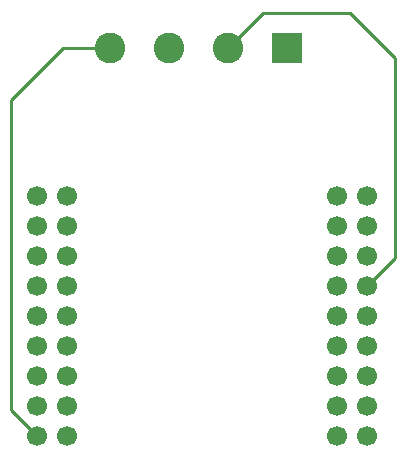
<source format=gbr>
%TF.GenerationSoftware,KiCad,Pcbnew,8.0.5*%
%TF.CreationDate,2024-09-09T20:15:27+02:00*%
%TF.ProjectId,QuinLED-ESP32-Lux,5175696e-4c45-4442-9d45-535033322d4c,rev?*%
%TF.SameCoordinates,Original*%
%TF.FileFunction,Copper,L1,Top*%
%TF.FilePolarity,Positive*%
%FSLAX46Y46*%
G04 Gerber Fmt 4.6, Leading zero omitted, Abs format (unit mm)*
G04 Created by KiCad (PCBNEW 8.0.5) date 2024-09-09 20:15:27*
%MOMM*%
%LPD*%
G01*
G04 APERTURE LIST*
%TA.AperFunction,ComponentPad*%
%ADD10C,1.700000*%
%TD*%
%TA.AperFunction,ComponentPad*%
%ADD11C,2.600000*%
%TD*%
%TA.AperFunction,ComponentPad*%
%ADD12R,2.600000X2.600000*%
%TD*%
%TA.AperFunction,Conductor*%
%ADD13C,0.250000*%
%TD*%
G04 APERTURE END LIST*
D10*
%TO.P,U1,1,GND*%
%TO.N,GND*%
X128040793Y-78640533D03*
%TO.P,U1,2,GND\u002A*%
%TO.N,unconnected-(U1-GND\u002A-Pad2)*%
X128040793Y-81180533D03*
%TO.P,U1,3,S_VN*%
%TO.N,unconnected-(U1-S_VN-Pad3)*%
X128040793Y-83720533D03*
%TO.P,U1,4,IO35*%
%TO.N,unconnected-(U1-IO35-Pad4)*%
X128040793Y-86260533D03*
%TO.P,U1,5,IO33*%
%TO.N,GPIO33*%
X128040793Y-88800533D03*
%TO.P,U1,6,IO34*%
%TO.N,unconnected-(U1-IO34-Pad6)*%
X128040793Y-91340533D03*
%TO.P,U1,7,IO14*%
%TO.N,unconnected-(U1-IO14-Pad7)*%
X128040793Y-93880533D03*
%TO.P,U1,8,3v3\u002A*%
%TO.N,unconnected-(U1-3v3\u002A-Pad8)*%
X128040793Y-96420533D03*
%TO.P,U1,9,5vF\u002A*%
%TO.N,+5V*%
X128040793Y-98960533D03*
%TO.P,U1,10,EN*%
%TO.N,unconnected-(U1-EN-Pad10)*%
X130580793Y-78640533D03*
%TO.P,U1,11,S_VP*%
%TO.N,unconnected-(U1-S_VP-Pad11)*%
X130580793Y-81180533D03*
%TO.P,U1,12,IO26*%
%TO.N,unconnected-(U1-IO26-Pad12)*%
X130580793Y-83720533D03*
%TO.P,U1,13,IO18*%
%TO.N,unconnected-(U1-IO18-Pad13)*%
X130580793Y-86260533D03*
%TO.P,U1,14,IO19*%
%TO.N,unconnected-(U1-IO19-Pad14)*%
X130580793Y-88800533D03*
%TO.P,U1,15,IO23*%
%TO.N,unconnected-(U1-IO23-Pad15)*%
X130580793Y-91340533D03*
%TO.P,U1,16,IO5*%
%TO.N,unconnected-(U1-IO5-Pad16)*%
X130580793Y-93880533D03*
%TO.P,U1,17,3v3*%
%TO.N,unconnected-(U1-3v3-Pad17)*%
X130580793Y-96420533D03*
%TO.P,U1,18,IO13*%
%TO.N,unconnected-(U1-IO13-Pad18)*%
X130580793Y-98960533D03*
%TO.P,U1,19,TXD*%
%TO.N,unconnected-(U1-TXD-Pad19)*%
X153440793Y-78640533D03*
%TO.P,U1,20,RXD*%
%TO.N,unconnected-(U1-RXD-Pad20)*%
X153440793Y-81180533D03*
%TO.P,U1,21,IO22*%
%TO.N,unconnected-(U1-IO22-Pad21)*%
X153440793Y-83720533D03*
%TO.P,U1,22,IO21*%
%TO.N,unconnected-(U1-IO21-Pad22)*%
X153440793Y-86260533D03*
%TO.P,U1,23,IO17*%
%TO.N,unconnected-(U1-IO17-Pad23)*%
X153440793Y-88800533D03*
%TO.P,U1,24,IO16*%
%TO.N,unconnected-(U1-IO16-Pad24)*%
X153440793Y-91340533D03*
%TO.P,U1,25,GND*%
%TO.N,unconnected-(U1-GND-Pad25)*%
X153440793Y-93880533D03*
%TO.P,U1,26,5v0*%
%TO.N,unconnected-(U1-5v0-Pad26)*%
X153440793Y-96420533D03*
%TO.P,U1,27,IO15*%
%TO.N,unconnected-(U1-IO15-Pad27)*%
X153440793Y-98960533D03*
%TO.P,U1,28,GND*%
%TO.N,unconnected-(U1-GND-Pad28)*%
X155980793Y-78640533D03*
%TO.P,U1,29,IO27*%
%TO.N,unconnected-(U1-IO27-Pad29)*%
X155980793Y-81180533D03*
%TO.P,U1,30,IO25*%
%TO.N,unconnected-(U1-IO25-Pad30)*%
X155980793Y-83720533D03*
%TO.P,U1,31,IO32*%
%TO.N,GPIO32*%
X155980793Y-86260533D03*
%TO.P,U1,32,IO12*%
%TO.N,unconnected-(U1-IO12-Pad32)*%
X155980793Y-88800533D03*
%TO.P,U1,33,IO_4*%
%TO.N,unconnected-(U1-IO_4-Pad33)*%
X155980793Y-91340533D03*
%TO.P,U1,34,IO_0*%
%TO.N,unconnected-(U1-IO_0-Pad34)*%
X155980793Y-93880533D03*
%TO.P,U1,35,IO_2*%
%TO.N,unconnected-(U1-IO_2-Pad35)*%
X155980793Y-96420533D03*
%TO.P,U1,36,NC*%
%TO.N,unconnected-(U1-NC-Pad36)*%
X155980793Y-98960533D03*
%TD*%
D11*
%TO.P,J1,4,Pin_4*%
%TO.N,+5V*%
X134161010Y-66091422D03*
%TO.P,J1,3,Pin_3*%
%TO.N,GPIO33*%
X139161010Y-66091422D03*
%TO.P,J1,2,Pin_2*%
%TO.N,GPIO32*%
X144161010Y-66091422D03*
D12*
%TO.P,J1,1,Pin_1*%
%TO.N,GND*%
X149161010Y-66091422D03*
%TD*%
D13*
%TO.N,GPIO32*%
X147149334Y-63103098D02*
X144161010Y-66091422D01*
X158348524Y-66908524D02*
X154543098Y-63103098D01*
X155980793Y-86260533D02*
X158348524Y-83892802D01*
X158348524Y-83892802D02*
X158348524Y-66908524D01*
X154543098Y-63103098D02*
X147149334Y-63103098D01*
%TO.N,+5V*%
X130202867Y-66091422D02*
X134161010Y-66091422D01*
X125820822Y-70473467D02*
X130202867Y-66091422D01*
X125820822Y-70473467D02*
X125820822Y-96740562D01*
X125820822Y-96740562D02*
X128040793Y-98960533D01*
%TD*%
M02*

</source>
